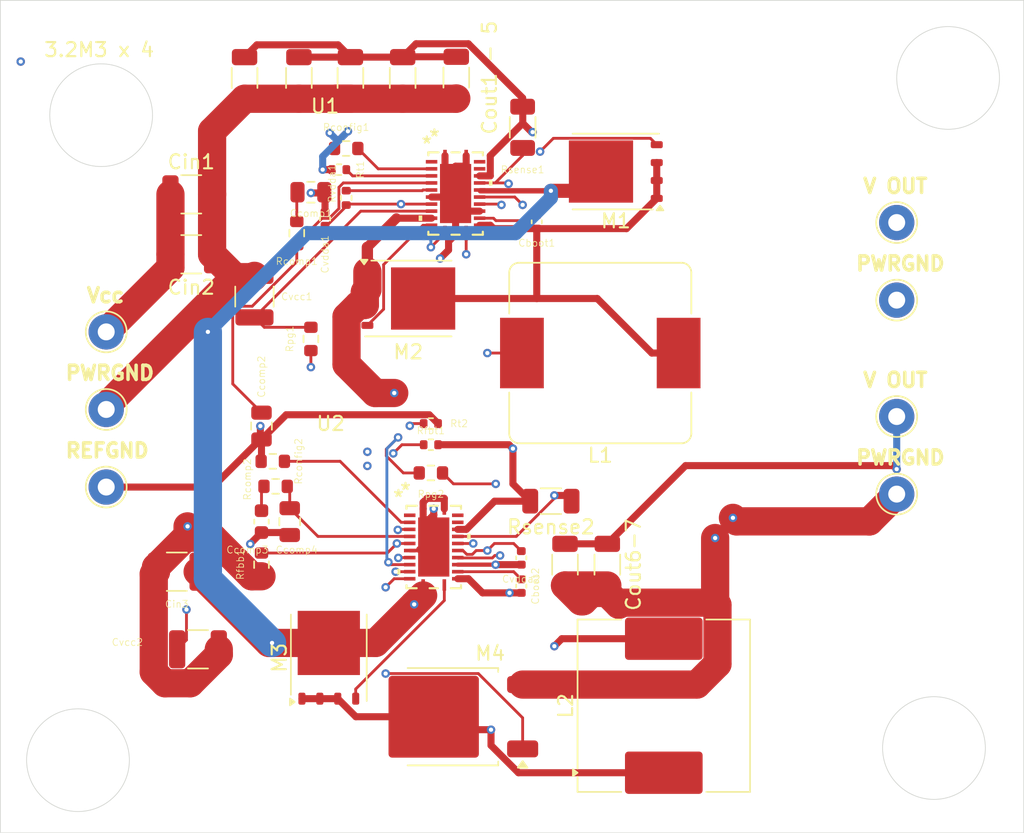
<source format=kicad_pcb>
(kicad_pcb (version 20241229) (generator "pcbnew") (generator_version "9.0")
  (layers (0 "F.Cu" signal) (4 "In1.Cu" mixed) (6 "In2.Cu" mixed) (2 "B.Cu" signal) (13 "F.Paste" user) (15 "B.Paste" user) (5 "F.SilkS" user "F.Silkscreen") (7 "B.SilkS" user "B.Silkscreen") (1 "F.Mask" user) (3 "B.Mask" user) (25 "Edge.Cuts" user))
  (net 0 "")
  (net 1 "Net-(U1-CBOOT)")
  (net 2 "Net-(M2-D)")
  (net 3 "Net-(M4-D)")
  (net 4 "Net-(U2-CBOOT)")
  (net 5 "GNDREF")
  (net 6 "Net-(Ccomp1-Pad1)")
  (net 7 "Net-(U1-EXTCOMP)")
  (net 8 "Net-(Ccomp3-Pad2)")
  (net 9 "Net-(U2-EXTCOMP)")
  (net 10 "GNDPWR")
  (net 11 "VCC")
  (net 12 "Net-(Con2-Pin_1)")
  (net 13 "Net-(Con3-Pin_1)")
  (net 14 "Net-(U1-VCC)")
  (net 15 "Net-(U2-VCC)")
  (net 16 "Net-(U1-PFM{slash}SYNC)")
  (net 17 "Net-(U2-PFM{slash}SYNC)")
  (net 18 "Net-(U1-ISNS+)")
  (net 19 "Net-(U2-ISNS+)")
  (net 20 "Net-(M1-G)")
  (net 21 "Net-(M2-G)")
  (net 22 "Net-(M3-G)")
  (net 23 "Net-(M4-G)")
  (net 24 "Net-(U1-CNFG)")
  (net 25 "Net-(U2-CNFG)")
  (net 26 "Net-(U2-FB)")
  (net 27 "Net-(U1-PG{slash}SYNCOUT)")
  (net 28 "Net-(U2-PG{slash}SYNCOUT)")
  (net 29 "Net-(U1-RT)")
  (net 30 "Net-(U2-RT)")
  (net 31 "Net-(U1-FB)")
  (footprint "Resistor_SMD:R_0402_1005Metric" (layer "F.Cu") (at 70 50 180)
    (property "Reference" "Rfbt1")
    (property "Value" "232K")
  )
  (footprint "Resistor_SMD:R_0603_1608Metric" (layer "F.Cu") (at 70 52)
    (property "Reference" "Rpg2")
    (property "Value" "100k")
  )
  (footprint "Capacitor_SMD:C_0402_1005Metric" (layer "F.Cu") (at 76.4036 58.02 -90)
    (property "Reference" "Cvdda2")
    (property "Value" "100n")
  )
  (footprint "Capacitor_SMD:C_0402_1005Metric" (layer "F.Cu") (at 76.4036 60.02 -90)
    (property "Reference" "Cboot2")
    (property "Value" "100n")
  )
  (footprint "Resistor_SMD:R_0402_1005Metric" (layer "F.Cu") (at 70 48.5 180)
    (property "Reference" "Rt2")
    (property "Value" "29.4K")
  )
  (footprint "Capacitor_SMD:C_0805_2012Metric" (layer "F.Cu") (at 60 55.45 90)
    (property "Reference" "Ccomp4")
    (property "Value" "68p")
  )
  (footprint "Capacitor_SMD:C_1210_3225Metric" (layer "F.Cu") (at 52 59 180)
    (property "Reference" "Cin3")
    (property "Value" "3.3u")
  )
  (footprint "Resistor_SMD:R_0603_1608Metric" (layer "F.Cu") (at 58 58.5 -90)
    (property "Reference" "Rfbb1")
    (property "Value" "10K")
  )
  (footprint "Wire Holes:Vout Holed" (layer "F.Cu") (at 103 34.25)
    (property "Reference" "Con2" (hide yes))
    (property "Value" "12V Out" (hide yes))
  )
  (footprint "Resistor_SMD:R_0603_1608Metric" (layer "F.Cu") (at 58.8 51.175)
    (property "Reference" "Rconfig2")
    (property "Value" "40.2K")
  )
  (footprint "Resistor_SMD:R_0603_1608Metric" (layer "F.Cu") (at 61.5 42.5 -90)
    (property "Reference" "Rpg1")
    (property "Value" "100K")
  )
  (footprint "Package_TO_SOT_SMD:TO-252-2" (layer "F.Cu") (at 71.46 69.28 180)
    (property "Reference" "M4")
    (property "Value" "100V 200A")
  )
  (footprint "Capacitor_SMD:C_1206_3216Metric" (layer "F.Cu") (at 79.5 58.5 -90)
    (property "Reference" "Cout7" (hide yes))
    (property "Value" "4.7u")
  )
  (footprint "Resistor_SMD:R_0603_1608Metric" (layer "F.Cu") (at 59 52.95)
    (property "Reference" "Rcomp2")
    (property "Value" "5.23k")
  )
  (footprint "Package_TO_SOT_SMD:TDSON-8-1" (layer "F.Cu") (at 83.1 30.635 180)
    (property "Reference" "M1")
    (property "Value" "80V 77A")
  )
  (footprint "Resistor_SMD:R_1206_3216Metric" (layer "F.Cu") (at 76.5 27.5 90)
    (property "Reference" "Rsense1")
    (property "Value" "6m")
  )
  (footprint "Inductor_SMD:L_Coilcraft_MSS1210-XXX" (layer "F.Cu") (at 86.5 68.5 90)
    (property "Reference" "L2")
    (property "Value" "10u")
  )
  (footprint "Resistor_SMD:R_0603_1608Metric" (layer "F.Cu") (at 60.5 35 -90)
    (property "Reference" "Rcomp1")
    (property "Value" "4.7K")
  )
  (footprint "Capacitor_SMD:C_0805_2012Metric" (layer "F.Cu") (at 61.5 32.1)
    (property "Reference" "Ccomp1")
    (property "Value" "3.9n")
  )
  (footprint "Capacitor_SMD:C_1210_3225Metric" (layer "F.Cu") (at 53.025 32.25)
    (property "Reference" "Cin1")
    (property "Value" "2.2u")
  )
  (footprint "Capacitor_SMD:C_1206_3216Metric" (layer "F.Cu") (at 68 24 -90)
    (property "Reference" "Cout2" (hide yes))
    (property "Value" "10u")
  )
  (footprint "Resistor_SMD:R_0603_1608Metric" (layer "F.Cu") (at 64 29)
    (property "Reference" "Rconfig1")
    (property "Value" "40.2K")
  )
  (footprint "Capacitor_SMD:C_0805_2012Metric" (layer "F.Cu") (at 58 48.675 -90)
    (property "Reference" "Ccomp2")
    (property "Value" "100p")
  )
  (footprint "Resistor_SMD:R_0402_1005Metric" (layer "F.Cu") (at 64 32.5 -90)
    (property "Reference" "Rvdda1")
    (property "Value" "47.5K")
  )
  (footprint "Wire Holes:Vin Holes" (layer "F.Cu") (at 47 42)
    (property "Reference" "Con1" (hide yes))
    (property "Value" "Battery In" (hide yes))
  )
  (footprint "Wire Holes:Vout Holed" (layer "F.Cu") (at 103 48)
    (property "Reference" "Con3" (hide yes))
    (property "Value" "19.5V Out" (hide yes))
  )
  (footprint "Inductor_SMD:L_Bourns_SRP1245A" (layer "F.Cu") (at 82 43.5 180)
    (property "Reference" "L1")
    (property "Value" "6.8u")
  )
  (footprint "Capacitor_SMD:C_1206_3216Metric" (layer "F.Cu") (at 82.5 58.5 -90)
    (property "Reference" "Cout6-7")
    (property "Value" "4.7u")
  )
  (footprint "Capacitor_SMD:C_1206_3216Metric" (layer "F.Cu") (at 64.3 24 -90)
    (property "Reference" "Cout3" (hide yes))
    (property "Value" "10u")
  )
  (footprint "Capacitor_SMD:C_1206_3216Metric" (layer "F.Cu") (at 60.65 24 -90)
    (property "Reference" "Cout4" (hide yes))
    (property "Value" "10u")
  )
  (footprint "Resistor_SMD:R_0402_1005Metric" (layer "F.Cu") (at 63.5 30.5)
    (property "Reference" "Rt1")
    (property "Value" "39K")
  )
  (footprint "LM5149:VQFN24_RGY_TEX" (layer "F.Cu") (at 71.75 32.1924)
    (property "Reference" "U1")
    (property "Value" "LM5149RGYR")
  )
  (footprint "Package_TO_SOT_SMD:TDSON-8-1" (layer "F.Cu") (at 68.4 39.635)
    (property "Reference" "M2")
    (property "Value" "80V 77A")
  )
  (footprint "LM5149:VQFN24_RGY_TEX" (layer "F.Cu") (at 70.2018 57.25)
    (property "Reference" "U2")
    (property "Value" "LM5149RGYR")
  )
  (footprint "Resistor_SMD:R_1206_3216Metric" (layer "F.Cu") (at 78.5 54 180)
    (property "Reference" "Rsense2")
    (property "Value" "9m")
  )
  (footprint "Capacitor_SMD:C_0603_1608Metric" (layer "F.Cu") (at 58 55.45 90)
    (property "Reference" "Ccomp3")
    (property "Value" "2.7n")
  )
  (footprint "Capacitor_SMD:C_1210_3225Metric" (layer "F.Cu") (at 53.025 36.5)
    (property "Reference" "Cin2")
    (property "Value" "2.2u")
  )
  (footprint "Capacitor_SMD:C_0402_1005Metric" (layer "F.Cu") (at 62.5 34 90)
    (property "Reference" "Cvdda1")
    (property "Value" "100n")
  )
  (footprint "Capacitor_SMD:C_1210_3225Metric" (layer "F.Cu") (at 57.5 39.5 90)
    (property "Reference" "Cvcc1")
    (property "Value" "2.2u")
  )
  (footprint "Capacitor_SMD:C_1206_3216Metric" (layer "F.Cu") (at 56.8 24 -90)
    (property "Reference" "Cout5" (hide yes))
    (property "Value" "10u")
  )
  (footprint "Capacitor_SMD:C_1206_3216Metric" (layer "F.Cu") (at 71.8 23.975 -90)
    (property "Reference" "Cout1 - 5")
    (property "Value" "10u")
  )
  (footprint "Package_TO_SOT_SMD:TDSON-8-1" (layer "F.Cu") (at 62.7686 65.1 90)
    (property "Reference" "M3")
    (property "Value" "80V 77A")
  )
  (footprint "Capacitor_SMD:C_1210_3225Metric" (layer "F.Cu") (at 53.5 64.5)
    (property "Reference" "Cvcc2")
    (property "Value" "2.2u")
  )
  (footprint "Capacitor_SMD:C_0402_1005Metric" (layer "F.Cu") (at 77.5 34.2 -90)
    (property "Reference" "Cboot1")
    (property "Value" "100n")
  )
  (gr_circle (center 46.640055 26.640055) (end 50.140055 25.640055) (stroke (width 0.05)) (fill no) (layer "Edge.Cuts"))
  (gr_circle (center 105.640055 71.5) (end 109.140055 70.5) (stroke (width 0.05)) (fill no) (layer "Edge.Cuts"))
  (gr_rect (start 39.5 18.5) (end 112 77.5) (stroke (width 0.05)) (fill no) (layer "Edge.Cuts"))
  (gr_circle (center 45 72.359945) (end 48.5 71.359945) (stroke (width 0.05)) (fill no) (layer "Edge.Cuts"))
  (gr_circle (center 106.640055 24) (end 110.140055 23) (stroke (width 0.05)) (fill no) (layer "Edge.Cuts"))
  (gr_text "3.2M3 x 4" (at 46.5 22 0) (layer "F.SilkS") (effects (font (size 1 1))))
  (segment (start 74.6082 34.1148) (end 77.1052 34.1148) (width 0.2) (layer "F.Cu") (net 1))
  (segment (start 74.4358 33.9424) (end 74.6082 34.1148) (width 0.2) (layer "F.Cu") (net 1))
  (segment (start 77.1052 34.1148) (end 77.5 33.72) (width 0.2) (layer "F.Cu") (net 1))
  (segment (start 73.4518 33.9424) (end 74.4358 33.9424) (width 0.2) (layer "F.Cu") (net 1))
  (segment (start 69.45 39.635) (end 77.5 39.635) (width 0.5) (layer "F.Cu") (net 2))
  (segment (start 81.785 39.635) (end 85.65 43.5) (width 0.5) (layer "F.Cu") (net 2))
  (segment (start 83.86 34.68) (end 86 32.54) (width 0.5) (layer "F.Cu") (net 2))
  (segment (start 73.4518 34.4424) (end 74.2082 34.4424) (width 0.5) (layer "F.Cu") (net 2))
  (segment (start 74.2082 34.4424) (end 74.4458 34.68) (width 0.5) (layer "F.Cu") (net 2))
  (segment (start 86 32.54) (end 86 31.27) (width 0.5) (layer "F.Cu") (net 2))
  (segment (start 87.55 43.5) (end 85.65 43.5) (width 0.5) (layer "F.Cu") (net 2))
  (segment (start 77.5 39.635) (end 81.785 39.635) (width 0.5) (layer "F.Cu") (net 2))
  (segment (start 77.5 39.635) (end 77.5 34.68) (width 0.5) (layer "F.Cu") (net 2))
  (segment (start 86 30) (end 86 31.27) (width 0.5) (layer "F.Cu") (net 2))
  (segment (start 74.4458 34.68) (end 77.5 34.68) (width 0.5) (layer "F.Cu") (net 2))
  (segment (start 77.5 34.68) (end 83.86 34.68) (width 0.5) (layer "F.Cu") (net 2))
  (segment (start 73.66 60.5) (end 72.66 59.5) (width 0.5) (layer "F.Cu") (net 3))
  (segment (start 75.5717 60.5) (end 76.4036 60.5) (width 0.5) (layer "F.Cu") (net 3))
  (segment (start 86.5 73.25) (end 76.2007 73.25) (width 0.5) (layer "F.Cu") (net 3))
  (segment (start 71.12 70.2) (end 70.2 69.28) (width 0.5) (layer "F.Cu") (net 3))
  (segment (start 62.1336 68) (end 63.4036 68) (width 0.5) (layer "F.Cu") (net 3))
  (segment (start 75.5717 60.5) (end 73.66 60.5) (width 0.5) (layer "F.Cu") (net 3))
  (segment (start 64.6836 69.28) (end 70.2 69.28) (width 0.5) (layer "F.Cu") (net 3))
  (segment (start 71.9036 59.5) (end 72.66 59.5) (width 0.5) (layer "F.Cu") (net 3))
  (segment (start 63.4036 68) (end 64.6836 69.28) (width 0.5) (layer "F.Cu") (net 3))
  (segment (start 60.8636 68) (end 62.1336 68) (width 0.5) (layer "F.Cu") (net 3))
  (segment (start 74.2595 71.3088) (end 74.2595 70.2) (width 0.5) (layer "F.Cu") (net 3))
  (segment (start 74.2595 70.2) (end 71.12 70.2) (width 0.5) (layer "F.Cu") (net 3))
  (segment (start 76.2007 73.25) (end 74.2595 71.3088) (width 0.5) (layer "F.Cu") (net 3))
  (via (at 75.5717 60.5) (size 0.6) (drill 0.3) (layers "F.Cu" "B.Cu") (net 3))
  (via (at 74.2595 70.2) (size 0.6) (drill 0.3) (layers "F.Cu" "B.Cu") (net 3))
  (segment (start 75.8636 59) (end 76.4036 59.54) (width 0.2) (layer "F.Cu") (net 4))
  (segment (start 71.9036 59) (end 75.8636 59) (width 0.2) (layer "F.Cu") (net 4))
  (segment (start 70.2014 54.9666) (end 69.854 55.314) (width 0.5) (layer "F.Cu") (net 5))
  (segment (start 64.1233 27.7793) (end 63.175 28.7276) (width 0.5) (layer "F.Cu") (net 5))
  (segment (start 70.2018 54.5372) (end 70.2014 54.5376) (width 0.5) (layer "F.Cu") (net 5))
  (segment (start 71.7436 30.2564) (end 71.6529 30.3471) (width 0.5) (layer "F.Cu") (net 5))
  (segment (start 47 53) (end 54.5439 53) (width 0.5) (layer "F.Cu") (net 5))
  (segment (start 74.581 58.5) (end 74.5851 58.5041) (width 0.5) (layer "F.Cu") (net 5))
  (segment (start 62.3965 32.1535) (end 62.45 32.1) (width 0.5) (layer "F.Cu") (net 5))
  (segment (start 57.9189 49.625) (end 57.9189 48.675) (width 0.5) (layer "F.Cu") (net 5))
  (segment (start 58 49.625) (end 57.9189 49.625) (width 0.5) (layer "F.Cu") (net 5))
  (segment (start 71.6529 30.3471) (end 71.6529 32.0953) (width 0.5) (layer "F.Cu") (net 5))
  (segment (start 58 56.225) (end 59.825 56.225) (width 0.5) (layer "F.Cu") (net 5))
  (segment (start 70.2018 57.25) (end 70.0246 57.4272) (width 0.5) (layer "F.Cu") (net 5))
  (segment (start 72.5 30.2564) (end 71.7436 30.2564) (width 0.5) (layer "F.Cu") (net 5))
  (segment (start 58 49.625) (end 59.7489 47.8761) (width 0.5) (layer "F.Cu") (net 5))
  (segment (start 58 56.225) (end 57.2065 57.0185) (width 0.5) (layer "F.Cu") (net 5))
  (segment (start 70.2018 57.0354) (end 70.2018 57.25) (width 0.5) (layer "F.Cu") (net 5))
  (segment (start 69.2061 57.4272) (end 69.1333 57.5) (width 0.2538) (layer "F.Cu") (net 5))
  (segment (start 71.2519 36.1964) (end 71.2519 35.5929) (width 0.5) (layer "F.Cu") (net 5))
  (segment (start 62.3965 32.1535) (end 62.5 32.257) (width 0.5) (layer "F.Cu") (net 5))
  (segment (start 71.0907 30.3471) (end 71 30.2564) (width 0.5) (layer "F.Cu") (net 5))
  (segment (start 69.4518 54.1794) (end 69.4518 54.0762) (width 0.5) (layer "F.Cu") (net 5))
  (segment (start 62.3343 30.5) (end 62.99 30.5) (width 0.5) (layer "F.Cu") (net 5))
  (segment (start 69.2083 57.4272) (end 69.2061 57.4272) (width 0.2538) (layer "F.Cu") (net 5))
  (segment (start 70.6533 36.795) (end 71.2519 36.1964) (width 0.5) (layer "F.Cu") (net 5))
  (segment (start 59.7489 47.8761) (end 69.8861 47.8761) (width 0.5) (layer "F.Cu") (net 5))
  (segment (start 62.5 32.257) (end 62.5 33.52) (width 0.5) (layer "F.Cu") (net 5))
  (segment (start 69.4518 54.5576) (end 69.4518 55.314) (width 0.5) (layer "F.Cu") (net 5))
  (segment (start 70.0482 32.4424) (end 71.5 32.4424) (width 0.5) (layer "F.Cu") (net 5))
  (segment (start 73.4518 33.4424) (end 72.6954 33.4424) (width 0.5) (layer "F.Cu") (net 5))
  (segment (start 69.854 55.314) (end 69.4518 55.314) (width 0.5) (layer "F.Cu") (net 5))
  (segment (start 61.5 32.1535) (end 62.3965 32.1535) (width 0.5) (layer "F.Cu") (net 5))
  (segment (start 69.7268 53.8012) (end 69.4518 54.0762) (width 0.5) (layer "F.Cu") (net 5))
  (segment (start 58 51.15) (end 58 49.625) (width 0.5) (layer "F.Cu") (net 5))
  (segment (start 71.75 33.4424) (end 72.6954 33.4424) (width 0.5) (layer "F.Cu") (net 5))
  (segment (start 69.4518 54.5576) (end 69.4518 54.5125) (width 0.5) (layer "F.Cu") (net 5))
  (segment (start 69.8861 47.8761) (end 70.51 48.5) (width 0.5) (layer "F.Cu") (net 5))
  (segment (start 70.9518 54.5576) (end 70.9518 53.8012) (width 0.5) (layer "F.Cu") (net 5))
  (segment (start 76.4036 58.5) (end 74.5892 58.5) (width 0.5) (layer "F.Cu") (net 5))
  (segment (start 70.9518 53.8012) (end 69.7268 53.8012) (width 0.5) (layer "F.Cu") (net 5))
  (segment (start 57.975 51.175) (end 58 51.15) (width 0.5) (layer "F.Cu") (net 5))
  (segment (start 71.75 33.4424) (end 71.75 32.1924) (width 0.5) (layer "F.Cu") (net 5))
  (segment (start 70.2014 54.5376) (end 70.2014 54.9666) (width 0.5) (layer "F.Cu") (net 5))
  (segment (start 70.2018 54.967) (end 70.2014 54.9666) (width 0.5) (layer "F.Cu") (net 5))
  (segment (start 54.5439 53) (end 57.9189 49.625) (width 0.5) (layer "F.Cu") (net 5))
  (segment (start 71.75 35.0949) (end 71.75 33.4424) (width 0.5) (layer "F.Cu") (net 5))
  (segment (start 68.5 57.5) (end 69.1333 57.5) (width 0.2538) (layer "F.Cu") (net 5))
  (segment (start 71 29.5) (end 71 30.2564) (width 0.5) (layer "F.Cu") (net 5))
  (segment (start 71.9036 58.5) (end 74.581 58.5) (width 0.3) (layer "F.Cu") (net 5))
  (segment (start 71.5 32.4424) (end 71.75 32.1924) (width 0.5) (layer "F.Cu") (net 5))
  (segment (start 70.2018 57.0354) (end 70.2018 54.967) (width 0.5) (layer "F.Cu") (net 5))
  (segment (start 71.6529 30.3471) (end 71.0907 30.3471) (width 0.5) (layer "F.Cu") (net 5))
  (segment (start 71.252 35.5929) (end 71.75 35.0949) (width 0.5) (layer "F.Cu") (net 5))
  (segment (start 59.825 56.225) (end 60 56.4) (width 0.5) (layer "F.Cu") (net 5))
  (segment (start 63.175 28.7276) (end 63.175 29) (width 0.5) (layer "F.Cu") (net 5))
  (segment (start 71.2519 35.5929) (end 71.252 35.5929) (width 0.5) (layer "F.Cu") (net 5))
  (segment (start 74.5892 58.5) (end 74.5851 58.5041) (width 0.5) (layer "F.Cu") (net 5))
  (segment (start 70.0246 57.4272) (end 69.2083 57.4272) (width 0.5) (layer "F.Cu") (net 5))
  (segment (start 71.6529 32.0953) (end 71.75 32.1924) (width 0.5) (layer "F.Cu") (net 5))
  (segment (start 69.4518 54.1794) (end 69.4518 54.5125) (width 0.5) (layer "F.Cu") (net 5))
  (segment (start 72.5 29.5) (end 72.5 30.2564) (width 0.5) (layer "F.Cu") (net 5))
  (segment (start 57.2065 57.0185) (end 57.2065 57.0353) (width 0.5) (layer "F.Cu") (net 5))
  (via (at 64.1233 27.7793) (size 0.6) (drill 0.3) (layers "F.Cu" "B.Cu") (net 5))
  (via (at 70.6533 36.795) (size 0.6) (drill 0.3) (layers "F.Cu" "B.Cu") (net 5))
  (via (at 74.5851 58.5041) (size 0.6) (drill 0.3) (layers "F.Cu" "B.Cu") (net 5))
  (via (at 57.9189 48.675) (size 0.6) (drill 0.3) (layers "F.Cu" "B.Cu") (net 5))
  (via (at 62.8353 27.9021) (size 0.6) (drill 0.3) (layers "F.Cu" "B.Cu") (net 5))
  (via (at 62.3343 30.5) (size 0.6) (drill 0.3) (layers "F.Cu" "B.Cu") (net 5))
  (via (at 61.5 32.1535) (size 0.6) (drill 0.3) (layers "F.Cu" "B.Cu") (net 5))
  (via (at 40.9433 22.84) (size 0.6) (drill 0.3) (layers "F.Cu" "B.Cu") (net 5))
  (via (at 57.2065 57.0353) (size 0.6) (drill 0.3) (layers "F.Cu" "B.Cu") (net 5))
  (via (at 70.2018 54.5372) (size 0.6) (drill 0.3) (layers "F.Cu" "B.Cu") (net 5))
  (segment (start 64.1233 27.7793) (end 63.4179 28.4847) (width 0.5) (layer "B.Cu") (net 5))
  (segment (start 62.3343 29.5683) (end 62.3343 30.5) (width 0.5) (layer "B.Cu") (net 5))
  (segment (start 63.4179 28.4847) (end 62.8353 27.9021) (width 0.5) (layer "B.Cu") (net 5))
  (segment (start 63.4179 28.4847) (end 62.3343 29.5683) (width 0.5) (layer "B.Cu") (net 5))
  (segment (start 60.55 32.1) (end 60.5 32.15) (width 0.2) (layer "F.Cu") (net 6))
  (segment (start 60.5 32.15) (end 60.5 34.175) (width 0.2) (layer "F.Cu") (net 6))
  (segment (start 58 47.725) (end 55.9643 45.6893) (width 0.2) (layer "F.Cu") (net 7))
  (segment (start 63.7961 31.4424) (end 63.4858 31.7527) (width 0.2) (layer "F.Cu") (net 7))
  (segment (start 60.5 37.0241) (end 60.5 35.825) (width 0.2) (layer "F.Cu") (net 7))
  (segment (start 62.7911 33.9522) (end 62.2908 33.9522) (width 0.2) (layer "F.Cu") (net 7))
  (segment (start 57.343 40.1811) (end 60.5 37.0241) (width 0.2) (layer "F.Cu") (net 7))
  (segment (start 55.9643 45.6893) (end 55.9643 40.4936) (width 0.2) (layer "F.Cu") (net 7))
  (segment (start 63.4858 33.2575) (end 62.7911 33.9522) (width 0.2) (layer "F.Cu") (net 7))
  (segment (start 62.2908 33.9522) (end 60.5 35.743) (width 0.2) (layer "F.Cu") (net 7))
  (segment (start 70.0482 31.4424) (end 63.7961 31.4424) (width 0.2) (layer "F.Cu") (net 7))
  (segment (start 56.2768 40.1811) (end 57.343 40.1811) (width 0.2) (layer "F.Cu") (net 7))
  (segment (start 63.4858 31.7527) (end 63.4858 33.2575) (width 0.2) (layer "F.Cu") (net 7))
  (segment (start 60.5 35.743) (end 60.5 35.825) (width 0.2) (layer "F.Cu") (net 7))
  (segment (start 55.9643 40.4936) (end 56.2768 40.1811) (width 0.2) (layer "F.Cu") (net 7))
  (segment (start 58 53.125) (end 58 54.675) (width 0.2) (layer "F.Cu") (net 8))
  (segment (start 58.175 52.95) (end 58 53.125) (width 0.2) (layer "F.Cu") (net 8))
  (segment (start 60 54.5) (end 62 56.5) (width 0.2) (layer "F.Cu") (net 9))
  (segment (start 60 53.125) (end 60 54.5) (width 0.2) (layer "F.Cu") (net 9))
  (segment (start 62 56.5) (end 68.5 56.5) (width 0.2) (layer "F.Cu") (net 9))
  (segment (start 59.825 52.95) (end 60 53.125) (width 0.2) (layer "F.Cu") (net 9))
  (segment (start 54.975 64.8849) (end 52.9523 66.9076) (width 2) (layer "F.Cu") (net 10))
  (segment (start 54.975 64.5) (end 54.975 64.8849) (width 2) (layer "F.Cu") (net 10))
  (segment (start 70.0482 33.942399) (end 67.557601 33.942399) (width 0.5) (layer "F.Cu") (net 10))
  (segment (start 90.3026 61.3624) (end 90.1375 61.1973) (width 2) (layer "F.Cu") (net 10))
  (segment (start 56.1211 38.1211) (end 47 47.2422) (width 2) (layer "F.Cu") (net 10))
  (segment (start 101.0675 55.4326) (end 91.6477 55.4326) (width 2) (layer "F.Cu") (net 10))
  (segment (start 81.3797 60.5057) (end 80.7895 61.0959) (width 2) (layer "F.Cu") (net 10))
  (segment (start 103 53.5) (end 101.0675 55.4325) (width 2) (layer "F.Cu") (net 10))
  (segment (start 65.5 39) (end 65.5 37.73) (width 2) (layer "F.Cu") (net 10))
  (segment (start 52.7626 56.5974) (end 52.6098 56.5974) (width 2) (layer "F.Cu") (net 10))
  (segment (start 51.1655 66.9076) (end 50.3692 66.1113) (width 2) (layer "F.Cu") (net 10))
  (segment (start 65.3218 40.0918) (end 64.8585 40.0918) (width 2) (layer "F.Cu") (net 10))
  (segment (start 83.3171 61.3406) (end 83.317 61.3406) (width 2) (layer "F.Cu") (net 10))
  (segment (start 82.5 59.975) (end 79.5 59.975) (width 2) (layer "F.Cu") (net 10))
  (segment (start 65.3218 40.0918) (end 65.5 40.27) (width 0.5008) (layer "F.Cu") (net 10))
  (segment (start 54.5824 56.5974) (end 52.7626 56.5974) (width 2) (layer "F.Cu") (net 10))
  (segment (start 57.31 59.325) (end 54.5824 56.5974) (width 2) (layer "F.Cu") (net 10))
  (segment (start 68.5 58.999999) (end 67.5 59) (width 0.2) (layer "F.Cu") (net 10))
  (segment (start 56.1211 38.1211) (end 54.5 36.5) (width 2) (layer "F.Cu") (net 10))
  (segment (start 64.0228 40.9275) (end 64.0228 44.3037) (width 2) (layer "F.Cu") (net 10))
  (segment (start 71.8 25.45) (end 71.775 25.475) (width 2) (layer "F.Cu") (net 10))
  (segment (start 66.0521 46.333) (end 67.4039 46.333) (width 2) (layer "F.Cu") (net 10))
  (segment (start 63.2894 25.475) (end 64.3 25.475) (width 2) (layer "F.Cu") (net 10))
  (segment (start 54.5 27.775) (end 54.5 32.25) (width 2) (layer "F.Cu") (net 10))
  (segment (start 60.65 25.475) (end 63.2894 25.475) (width 2) (layer "F.Cu") (net 10))
  (segment (start 83.4604 61.1973) (end 83.3171 61.3406) (width 2) (layer "F.Cu") (net 10))
  (segment (start 82.6235 60.6471) (end 82.5995 60.6471) (width 2) (layer "F.Cu") (net 10))
  (segment (start 71.775 25.475) (end 68 25.475) (width 2) (layer "F.Cu") (net 10))
  (segment (start 80.7895 61.0959) (end 80.6209 61.0959) (width 2) (layer "F.Cu") (net 10))
  (segment (start 83.317 61.3406) (end 82.6235 60.6471) (width 2) (layer "F.Cu") (net 10))
  (segment (start 56.8 25.475) (end 54.5 27.775) (width 2) (layer "F.Cu") (net 10))
  (segment (start 90.1375 61.1973) (end 83.4604 61.1973) (width 2) (layer "F.Cu") (net 10))
  (segment (start 90.1375 61.1973) (end 90.1375 56.6125) (width 2) (layer "F.Cu") (net 10))
  (segment (start 47 47.2422) (end 47 47.5) (width 2) (layer "F.Cu") (net 10))
  (segment (start 54.5 36.5) (end 54.5 32.25) (width 2) (layer "F.Cu") (net 10))
  (segment (start 52.9523 66.9076) (end 51.1655 66.9076) (width 2) (layer "F.Cu") (net 10))
  (segment (start 64.8585 40.0918) (end 64.0228 40.9275) (width 2) (layer "F.Cu") (net 10))
  (segment (start 90.3026 65.5395) (end 90.3026 61.3624) (width 2) (layer "F.Cu") (net 10))
  (segment (start 80.6209 61.0959) (end 79.5 59.975) (width 2) (layer "F.Cu") (net 10))
  (segment (start 91.6477 55.4326) (end 91.3977 55.1826) (width 2) (layer "F.Cu") (net 10))
  (segment (start 58 59.325) (end 57.31 59.325) (width 2) (layer "F.Cu") (net 10))
  (segment (start 76.5 67) (end 88.8421 67) (width 2) (layer "F.Cu") (net 10))
  (segment (start 50.3692 66.1113) (end 50.3692 59.1558) (width 2) (layer "F.Cu") (net 10))
  (segment (start 52.6098 56.5974) (end 50.525 58.6822) (width 2) (layer "F.Cu") (net 10))
  (segment (start 57.4039 38.1211) (end 57.5 38.025) (width 2) (layer "F.Cu") (net 10))
  (segment (start 64.0228 44.3037) (end 66.0521 46.333) (width 2) (layer "F.Cu") (net 10))
  (segment (start 50.3692 59.1558) (end 50.525 59) (width 2) (layer "F.Cu") (net 10))
  (segment (start 88.8421 67) (end 90.3026 65.5395) (width 2) (layer "F.Cu") (net 10))
  (segment (start 82.4581 60.5057) (end 81.3797 60.5057) (width 2) (layer "F.Cu") (net 10))
  (segment (start 63.2894 25.475) (end 68 25.475) (width 2) (layer "F.Cu") (net 10))
  (segment (start 101.0675 55.4325) (end 101.0675 55.4326) (width 2) (layer "F.Cu") (net 10))
  (segment (start 56.1211 38.1211) (end 57.4039 38.1211) (width 2) (layer "F.Cu") (net 10))
  (segment (start 67.557601 33.942399) (end 65.5 36) (width 0.7) (layer "F.Cu") (net 10))
  (segment (start 65.3218 39.1782) (end 65.3218 40.0918) (width 2) (layer "F.Cu") (net 10))
  (segment (start 82.5995 60.6471) (end 82.4581 60.5057) (width 2) (layer "F.Cu") (net 10))
  (segment (start 65.5 36) (end 65.5 37.73) (width 0.8) (layer "F.Cu") (net 10))
  (segment (start 65.5 39) (end 65.3218 39.1782) (width 2) (layer "F.Cu") (net 10))
  (segment (start 56.8 25.475) (end 60.65 25.475) (width 2) (layer "F.Cu") (net 10))
  (segment (start 52.7626 56.5974) (end 52.7626 55.7862) (width 2) (layer "F.Cu") (net 10))
  (segment (start 50.525 58.6822) (end 50.525 59) (width 2) (layer "F.Cu") (net 10))
  (via (at 65.5 51.5) (size 0.6) (drill 0.3) (layers "F.Cu" "B.Cu") (net 10))
  (via (at 67.5 59) (size 0.6) (drill 0.3) (layers "F.Cu" "B.Cu") (net 10))
  (via (at 67.4039 46.333) (size 0.6) (drill 0.3) (layers "F.Cu" "B.Cu") (net 10))
  (via (at 91.3977 55.1826) (size 0.6) (drill 0.3) (layers "F.Cu" "B.Cu") (net 10))
  (via (at 65.5 50.5) (size 0.6) (drill 0.3) (layers "F.Cu" "B.Cu") (net 10))
  (via (at 90.1375 56.6125) (size 0.6) (drill 0.3) (layers "F.Cu" "B.Cu") (net 10))
  (via (at 52.7626 55.7862) (size 0.6) (drill 0.3) (layers "F.Cu" "B.Cu") (net 10))
  (segment (start 62.7686 64.05) (end 66.0807 64.05) (width 2) (layer "F.Cu") (net 11))
  (segment (start 70.999999 35.000001) (end 70 36) (width 0.2) (layer "F.Cu") (net 11))
  (segment (start 68.81535 61.31535) (end 69.4518 60.6789) (width 2) (layer "F.Cu") (net 11))
  (segment (start 82.05 30.635) (end 80.685 32) (width 1) (layer "F.Cu") (net 11))
  (segment (start 70.999999 34.8848) (end 70.999999 35.000001) (width 0.2) (layer "F.Cu") (net 11))
  (segment (start 66.0807 64.05) (end 68.81535 61.31535) (width 2) (layer "F.Cu") (net 11))
  (segment (start 73.5094 32) (end 73.4518 31.9424) (width 0.2) (layer "F.Cu") (net 11))
  (segment (start 69.4518 60.6789) (end 69.4518 59.9424) (width 0.2538) (layer "F.Cu") (net 11))
  (segment (start 53.475 59) (end 58.525 64.05) (width 2) (layer "F.Cu") (net 11))
  (segment (start 78.5 32) (end 73.5094 32) (width 0.381) (layer "F.Cu") (net 11))
  (segment (start 47 42) (end 51.55 37.45) (width 2) (layer "F.Cu") (net 11))
  (segment (start 51.55 36.5) (end 51.55 32.25) (width 2) (layer "F.Cu") (net 11))
  (segment (start 51.55 37.45) (end 51.55 36.5) (width 2) (layer "F.Cu") (net 11))
  (segment (start 80.685 32) (end 78.5 32) (width 1) (layer "F.Cu") (net 11))
  (segment (start 58.525 64.05) (end 58.7473 64.05) (width 2) (layer "F.Cu") (net 11))
  (segment (start 58.7473 64.05) (end 62.7686 64.05) (width 2) (layer "F.Cu") (net 11))
  (segment (start 71.9036 57) (end 73 57) (width 0.2) (layer "F.Cu") (net 11))
  (via (at 68.81535 61.31535) (size 0.6) (drill 0.3) (layers "F.Cu" "B.Cu") (net 11))
  (via (at 58.7473 64.05) (size 0.6) (drill 0.3) (layers "F.Cu" "B.Cu") (net 11))
  (via (at 54.2025 42) (size 0.6) (drill 0.3) (layers "F.Cu" "B.Cu") (net 11))
  (via (at 70 36) (size 0.6) (drill 0.3) (layers "F.Cu" "B.Cu") (net 11))
  (via (at 78.5 32) (size 0.6) (drill 0.3) (layers "F.Cu" "B.Cu") (net 11))
  (via (at 73 57) (size 0.6) (drill 0.3) (layers "F.Cu" "B.Cu") (net 11))
  (segment (start 70 35.5) (end 69.5 35) (width 0.2) (layer "B.Cu") (net 11))
  (segment (start 78.5 32.5) (end 78.5 32) (width 1) (layer "B.Cu") (net 11))
  (segment (start 54.2025 42) (end 61.2025 35) (width 1) (layer "B.Cu") (net 11))
  (segment (start 54.2025 42) (end 54.2025 59.5052) (width 2) (layer "B.Cu") (net 11))
  (segment (start 70 36) (end 70 35.5) (width 0.2) (layer "B.Cu") (net 11))
  (segment (start 61.2025 35) (end 69.5 35) (width 1) (layer "B.Cu") (net 11))
  (segment (start 54.2025 59.5052) (end 58.7473 64.05) (width 2) (layer "B.Cu") (net 11))
  (segment (start 76 35) (end 78.5 32.5) (width 1) (layer "B.Cu") (net 11))
  (segment (start 69.5 35) (end 76 35) (width 1) (layer "B.Cu") (net 11))
  (segment (start 72.6569 21.5783) (end 76.5 25.4214) (width 0.5) (layer "F.Cu") (net 12))
  (segment (start 68.025 22.5) (end 68 22.525) (width 0.5) (layer "F.Cu") (net 12))
  (segment (start 64.3 22.525) (end 63.4283 21.6533) (width 0.5) (layer "F.Cu") (net 12))
  (segment (start 73.4518 30.9424) (end 74.2082 30.9424) (width 0.5) (layer "F.Cu") (net 12))
  (segment (start 71.8 22.5) (end 68.025 22.5) (width 0.5) (layer "F.Cu") (net 12))
  (segment (start 76.5086 26.0461) (end 76.5 26.0375) (width 0.5) (layer "F.Cu") (net 12))
  (segment (start 74.2082 29.5105) (end 74.2082 30.9424) (width 0.5) (layer "F.Cu") (net 12))
  (segment (start 76.5086 27.2101) (end 74.2082 29.5105) (width 0.5) (layer "F.Cu") (net 12))
  (segment (start 76.5 25.4214) (end 76.5 26.0375) (width 0.5) (layer "F.Cu") (net 12))
  (segment (start 68 22.525) (end 68.9467 21.5783) (width 0.5) (layer "F.Cu") (net 12))
  (segment (start 77.2081 27.8395) (end 77.138 27.8395) (width 0.5) (layer "F.Cu") (net 12))
  (segment (start 77.138 27.8395) (end 76.5086 27.2101) (width 0.5) (layer "F.Cu") (net 12))
  (segment (start 76.5086 27.2101) (end 76.5086 26.0461) (width 0.5) (layer "F.Cu") (net 12))
  (segment (start 68 22.525) (end 64.3 22.525) (width 0.5) (layer "F.Cu") (net 12))
  (segment (start 68.9467 21.5783) (end 72.6569 21.5783) (width 0.5) (layer "F.Cu") (net 12))
  (segment (start 63.4283 21.6533) (end 57.6717 21.6533) (width 0.5) (layer "F.Cu") (net 12))
  (segment (start 64.3 22.525) (end 60.65 22.525) (width 0.5) (layer "F.Cu") (net 12))
  (segment (start 57.6717 21.6533) (end 56.8 22.525) (width 0.5) (layer "F.Cu") (net 12))
  (via (at 77.2081 27.8395) (size 0.6) (drill 0.3) (layers "F.Cu" "B.Cu") (net 12))
  (segment (start 75.8113 52.7738) (end 77.0375 54) (width 0.5) (layer "F.Cu") (net 13))
  (segment (start 88.045 51.48) (end 102.7474 51.48) (width 0.5) (layer "F.Cu") (net 13))
  (segment (start 82.5 57.025) (end 88.045 51.48) (width 0.5) (layer "F.Cu") (net 13))
  (segment (start 72.5123 56) (end 71.9036 56) (width 0.5) (layer "F.Cu") (net 13))
  (segment (start 74.5123 54) (end 72.5123 56) (width 0.5) (layer "F.Cu") (net 13))
  (segment (start 70.51 50) (end 75.5363 50) (width 0.5) (layer "F.Cu") (net 13))
  (segment (start 75.5363 50) (end 75.8113 50.275) (width 0.5) (layer "F.Cu") (net 13))
  (segment (start 102.7474 51.48) (end 102.9974 51.73) (width 0.5) (layer "F.Cu") (net 13))
  (segment (start 79.5 57.025) (end 82.5 57.025) (width 0.5) (layer "F.Cu") (net 13))
  (segment (start 77.0375 54) (end 74.5123 54) (width 0.5) (layer "F.Cu") (net 13))
  (segment (start 75.8113 50.275) (end 75.8113 52.7738) (width 0.5) (layer "F.Cu") (net 13))
  (via (at 75.8113 50.275) (size 0.6) (drill 0.3) (layers "F.Cu" "B.Cu") (net 13))
  (via (at 102.9974 51.73) (size 0.6) (drill 0.3) (layers "F.Cu" "B.Cu") (net 13))
  (segment (start 103 48) (end 103 51.7274) (width 0.5) (layer "B.Cu") (net 13))
  (segment (start 103 51.7274) (end 102.9974 51.73) (width 0.5) (layer "B.Cu") (net 13))
  (segment (start 57.5 40.975) (end 65.0326 33.4424) (width 0.2) (layer "F.Cu") (net 14))
  (segment (start 58.2 41.675) (end 57.5 40.975) (width 0.2) (layer "F.Cu") (net 14))
  (segment (start 61.5 41.675) (end 58.2 41.675) (width 0.2) (layer "F.Cu") (net 14))
  (segment (start 65.0326 33.4424) (end 70.0482 33.4424) (width 0.2) (layer "F.Cu") (net 14))
  (segment (start 66.8425 50.3143) (end 66.8425 50.7939) (width 0.2) (layer "F.Cu") (net 15))
  (segment (start 66.8425 50.7939) (end 68.0486 52) (width 0.2) (layer "F.Cu") (net 15))
  (segment (start 67.6768 49.48) (end 66.8425 50.3143) (width 0.2) (layer "F.Cu") (net 15))
  (segment (start 68.0486 52) (end 69.175 52) (width 0.2) (layer "F.Cu") (net 15))
  (segment (start 52.6854 63.8396) (end 52.6854 61.6843) (width 0.2) (layer "F.Cu") (net 15))
  (segment (start 66.9911 58.3287) (end 67.1624 58.5) (width 0.2) (layer "F.Cu") (net 15))
  (segment (start 67.1624 58.5) (end 68.5 58.5) (width 0.2) (layer "F.Cu") (net 15))
  (segment (start 52.025 64.5) (end 52.6854 63.8396) (width 0.2) (layer "F.Cu") (net 15))
  (via (at 52.6854 61.6843) (size 0.6) (drill 0.3) (layers "F.Cu" "B.Cu") (net 15))
  (via (at 66.9911 58.3287) (size 0.6) (drill 0.3) (layers "F.Cu" "B.Cu") (net 15))
  (via (at 67.6768 49.48) (size 0.6) (drill 0.3) (layers "F.Cu" "B.Cu") (net 15))
  (segment (start 66.9911 58.3287) (end 66.8823 58.2199) (width 0.2) (layer "B.Cu") (net 15))
  (segment (start 66.8823 58.2199) (end 66.8823 50.2745) (width 0.2) (layer "B.Cu") (net 15))
  (segment (start 66.8823 50.2745) (end 67.6768 49.48) (width 0.2) (layer "B.Cu") (net 15))
  (segment (start 67.8818 32.9424) (end 70.0482 32.9424) (width 0.2) (layer "F.Cu") (net 16))
  (segment (start 64 33.0992) (end 64 33.01) (width 0.2) (layer "F.Cu") (net 16))
  (segment (start 75.9424 32.4424) (end 76.5 33) (width 0.2) (layer "F.Cu") (net 16))
  (segment (start 62.5 34.48) (end 62.6192 34.48) (width 0.2) (layer "F.Cu") (net 16))
  (segment (start 73.4518 32.4424) (end 75.9424 32.4424) (width 0.2) (layer "F.Cu") (net 16))
  (segment (start 62.6192 34.48) (end 64 33.0992) (width 0.2) (layer "F.Cu") (net 16))
  (segment (start 64 33.01) (end 64.0676 32.9424) (width 0.2) (layer "F.Cu") (net 16))
  (segment (start 64.0676 32.9424) (end 67.8818 32.9424) (width 0.2) (layer "F.Cu") (net 16))
  (via (at 67.8818 32.9424) (size 0.6) (drill 0.3) (layers "F.Cu" "B.Cu") (net 16))
  (via (at 76.5 33) (size 0.6) (drill 0.3) (layers "F.Cu" "B.Cu") (net 16))
  (segment (start 74 57.5) (end 74.5 57) (width 0.2) (layer "F.Cu") (net 17))
  (segment (start 67.7137 58) (end 67.6924 58.0213) (width 0.2) (layer "F.Cu") (net 17))
  (segment (start 73.2091 57.5) (end 72.9343 57.7748) (width 0.2) (layer "F.Cu") (net 17))
  (segment (start 74 57.5) (end 73.2091 57.5) (width 0.2) (layer "F.Cu") (net 17))
  (segment (start 72.9343 57.7748) (end 72.5472 57.7748) (width 0.2) (layer "F.Cu") (net 17))
  (segment (start 68.5 58) (end 67.7137 58) (width 0.2) (layer "F.Cu") (net 17))
  (segment (start 75.8636 57) (end 76.4036 57.54) (width 0.2) (layer "F.Cu") (net 17))
  (segment (start 74.5 57) (end 75.8636 57) (width 0.2) (layer "F.Cu") (net 17))
  (segment (start 72.2724 57.5) (end 71.9036 57.5) (width 0.2) (layer "F.Cu") (net 17))
  (segment (start 72.5472 57.7748) (end 72.2724 57.5) (width 0.2) (layer "F.Cu") (net 17))
  (via (at 74 57.5) (size 0.6) (drill 0.3) (layers "F.Cu" "B.Cu") (net 17))
  (via (at 67.6924 58.0213) (size 0.6) (drill 0.3) (layers "F.Cu" "B.Cu") (net 17))
  (segment (start 74.557601 31.442399) (end 76.5 29.5) (width 0.2) (layer "F.Cu") (net 18))
  (segment (start 74.557601 31.442399) (end 75.442399 31.442399) (width 0.2) (layer "F.Cu") (net 18))
  (segment (start 76.5 29.5) (end 76.5 28.9625) (width 0.2) (layer "F.Cu") (net 18))
  (segment (start 75.442399 31.442399) (end 75.5 31.5) (width 0.2) (layer "F.Cu") (net 18))
  (segment (start 73.4518 31.442399) (end 74.557601 31.442399) (width 0.2) (layer "F.Cu") (net 18))
  (segment (start 74 43.5) (end 76.45 43.5) (width 0.2) (layer "F.Cu") (net 18))
  (via (at 74 43.5) (size 0.6) (drill 0.3) (layers "F.Cu" "B.Cu") (net 18))
  (via (at 75.5 31.5) (size 0.6) (drill 0.3) (layers "F.Cu" "B.Cu") (net 18))
  (via (at 75.5 31.5) (size 0.6) (drill 0.3) (layers "F.Cu" "B.Cu") (net 18))
  (segment (start 79.5581 53.5956) (end 79.9625 54) (width 0.5) (layer "F.Cu") (net 19))
  (segment (start 78.7468 53.802228) (end 78.7468 53.5956) (width 0.2) (layer "F.Cu") (net 19))
  (segment (start 78.7468 53.5956) (end 79.5581 53.5956) (width 0.5) (layer "F.Cu") (net 19))
  (segment (start 71.9036 56.499999) (end 76.049029 56.499999) (width 0.2) (layer "F.Cu") (net 19))
  (segment (start 86.5 63.75) (end 79.2768 63.75) (width 0.5) (layer "F.Cu") (net 19))
  (segment (start 79.2768 63.75) (end 78.7468 64.28) (width 0.5) (layer "F.Cu") (net 19))
  (segment (start 76.049029 56.499999) (end 78.7468 53.802228) (width 0.2) (layer "F.Cu") (net 19))
  (via (at 78.7468 64.28) (size 0.6) (drill 0.3) (layers "F.Cu" "B.Cu") (net 19))
  (via (at 78.7468 53.5956) (size 0.6) (drill 0.3) (layers "F.Cu" "B.Cu") (net 19))
  (segment (start 86 28.73) (end 85.5483 28.2783) (width 0.2) (layer "F.Cu") (net 20))
  (segment (start 72.500001 35.480701) (end 72.5105 35.4912) (width 0.2) (layer "F.Cu") (net 20))
  (segment (start 85.5483 28.2783) (end 78.6779 28.2783) (width 0.2) (layer "F.Cu") (net 20))
  (segment (start 72.5 35.4912) (end 72.5 36.5) (width 0.2) (layer "F.Cu") (net 20))
  (segment (start 78.6779 28.2783) (end 77.7353 29.2209) (width 0.2) (layer "F.Cu") (net 20))
  (segment (start 72.500001 34.8848) (end 72.500001 35.480701) (width 0.2) (layer "F.Cu") (net 20))
  (segment (start 72.5105 35.4912) (end 72.5 35.4912) (width 0.2) (layer "F.Cu") (net 20))
  (via (at 72.5 36.5) (size 0.6) (drill 0.3) (layers "F.Cu" "B.Cu") (net 20))
  (via (at 77.7353 29.2209) (size 0.6) (drill 0.3) (layers "F.Cu" "B.Cu") (net 20))
  (segment (start 65.5 41.54) (end 65.5023 41.54) (width 0.2) (layer "F.Cu") (net 21))
  (segment (start 65.5023 41.54) (end 66.6517 40.3906) (width 0.2) (layer "F.Cu") (net 21))
  (segment (start 66.6517 37.2325) (end 69.4418 34.4424) (width 0.2) (layer "F.Cu") (net 21))
  (segment (start 70.0482 34.4424) (end 69.4418 34.4424) (width 0.2) (layer "F.Cu") (net 21))
  (segment (start 66.6517 40.3906) (end 66.6517 37.2325) (width 0.2) (layer "F.Cu") (net 21))
  (segment (start 64.6736 67.317) (end 70.9518 61.0388) (width 0.2) (layer "F.Cu") (net 22))
  (segment (start 70.9518 59.9424) (end 70.9518 61.0388) (width 0.2) (layer "F.Cu") (net 22))
  (segment (start 64.6736 68) (end 64.6736 67.317) (width 0.2) (layer "F.Cu") (net 22))
  (segment (start 76.5 71.56) (end 76.5 69.3595) (width 0.2) (layer "F.Cu") (net 23))
  (segment (start 76.5 69.3595) (end 73.3609 66.2204) (width 0.2) (layer "F.Cu") (net 23))
  (segment (start 66.7948 60.1032) (end 67.398 59.5) (width 0.2) (layer "F.Cu") (net 23))
  (segment (start 67.398 59.5) (end 68.5 59.5) (width 0.2) (layer "F.Cu") (net 23))
  (segment (start 73.3609 66.2204) (end 66.7948 66.2204) (width 0.2) (layer "F.Cu") (net 23))
  (via (at 66.7948 66.2204) (size 0.6) (drill 0.3) (layers "F.Cu" "B.Cu") (net 23))
  (via (at 66.7948 60.1032) (size 0.6) (drill 0.3) (layers "F.Cu" "B.Cu") (net 23))
  (segment (start 64.825 29) (end 66.2674 30.4424) (width 0.2) (layer "F.Cu") (net 24))
  (segment (start 66.2674 30.4424) (end 70.0482 30.4424) (width 0.2) (layer "F.Cu") (net 24))
  (segment (start 63.5686 51.175) (end 59.625 51.175) (width 0.2) (layer "F.Cu") (net 25))
  (segment (start 68.5 55.5) (end 67.8936 55.5) (width 0.2) (layer "F.Cu") (net 25))
  (segment (start 67.8936 55.5) (end 63.5686 51.175) (width 0.2) (layer "F.Cu") (net 25))
  (segment (start 67.9484 50) (end 67.3356 50.6128) (width 0.2) (layer "F.Cu") (net 26))
  (segment (start 68.5 57) (end 67.5924 57) (width 0.2) (layer "F.Cu") (net 26))
  (segment (start 69.49 50) (end 67.9484 50) (width 0.2) (layer "F.Cu") (net 26))
  (segment (start 66.9174 57.675) (end 58 57.675) (width 0.2) (layer "F.Cu") (net 26))
  (segment (start 67.5924 57) (end 66.9174 57.675) (width 0.2) (layer "F.Cu") (net 26))
  (via (at 67.3356 50.6128) (size 0.6) (drill 0.3) (layers "F.Cu" "B.Cu") (net 26))
  (via (at 67.5924 57) (size 0.6) (drill 0.3) (layers "F.Cu" "B.Cu") (net 26))
  (segment (start 73.4518 32.942401) (end 74.942401 32.942401) (width 0.2) (layer "F.Cu") (net 27))
  (segment (start 61.5 43.325) (end 61.5 44.5) (width 0.2) (layer "F.Cu") (net 27))
  (segment (start 74.942401 32.942401) (end 75 33) (width 0.2) (layer "F.Cu") (net 27))
  (via (at 61.5 44.5) (size 0.6) (drill 0.3) (layers "F.Cu" "B.Cu") (net 27))
  (via (at 75 33) (size 0.6) (drill 0.3) (layers "F.Cu" "B.Cu") (net 27))
  (segment (start 75 57.7511) (end 74.9 57.8511) (width 0.2) (layer "F.Cu") (net 28))
  (segment (start 70.825 52) (end 71.5992 52.7742) (width 0.2) (layer "F.Cu") (net 28))
  (segment (start 71.9036 58.000001) (end 71.929399 58.0258) (width 0.2) (layer "F.Cu") (net 28))
  (segment (start 74.354879 58.0258) (end 74.529579 57.8511) (width 0.2) (layer "F.Cu") (net 28))
  (segment (start 74.529579 57.8511) (end 74.9 57.8511) (width 0.2) (layer "F.Cu") (net 28))
  (segment (start 71.929399 58.0258) (end 74.354879 58.0258) (width 0.2) (layer "F.Cu") (net 28))
  (segment (start 71.5992 52.7742) (end 74.5939 52.7742) (width 0.2) (layer "F.Cu") (net 28))
  (via (at 74.9 57.8511) (size 0.6) (drill 0.3) (layers "F.Cu" "B.Cu") (net 28))
  (via (at 74.5939 52.7742) (size 0.6) (drill 0.3) (layers "F.Cu" "B.Cu") (net 28))
  (segment (start 64.4524 30.9424) (end 70.0482 30.9424) (width 0.2) (layer "F.Cu") (net 29))
  (segment (start 64.01 30.5) (end 64.4524 30.9424) (width 0.2) (layer "F.Cu") (net 29))
  (segment (start 67.6588 56.0338) (end 67.6926 56) (width 0.2) (layer "F.Cu") (net 30))
  (segment (start 68.6609 48.5) (end 68.505 48.6559) (width 0.2) (layer "F.Cu") (net 30))
  (segment (start 69.49 48.5) (end 68.6609 48.5) (width 0.2) (layer "F.Cu") (net 30))
  (segment (start 67.6926 56) (end 68.5 56) (width 0.2) (layer "F.Cu") (net 30))
  (via (at 67.6588 56.0338) (size 0.6) (drill 0.3) (layers "F.Cu" "B.Cu") (net 30))
  (via (at 68.505 48.6559) (size 0.6) (drill 0.3) (layers "F.Cu" "B.Cu") (net 30))
  (segment (start 70.0482 31.9424) (end 69.4418 31.9424) (width 0.2) (layer "F.Cu") (net 31))
  (segment (start 64 31.99) (end 69.3942 31.99) (width 0.2) (layer "F.Cu") (net 31))
  (segment (start 69.3942 31.99) (end 69.4418 31.9424) (width 0.2) (layer "F.Cu") (net 31))
)
</source>
